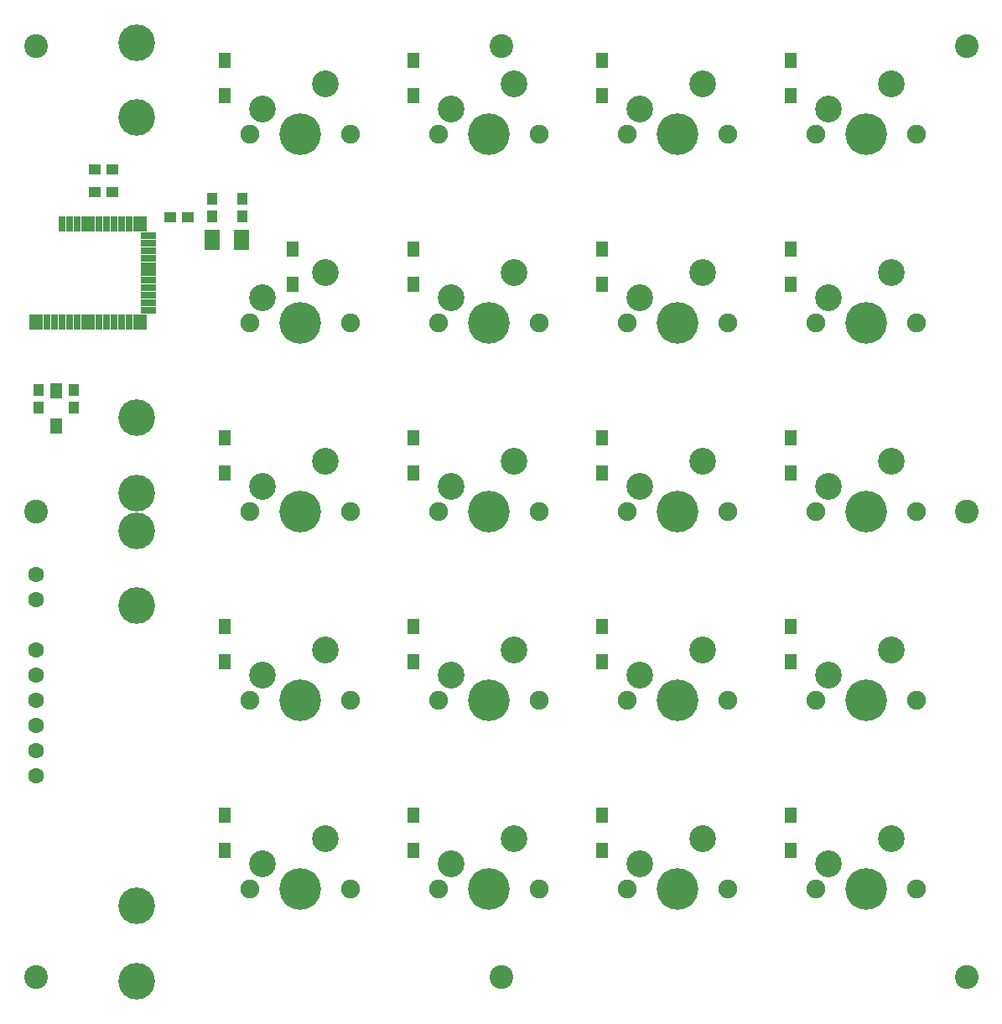
<source format=gbs>
G04 #@! TF.FileFunction,Soldermask,Bot*
%FSLAX46Y46*%
G04 Gerber Fmt 4.6, Leading zero omitted, Abs format (unit mm)*
G04 Created by KiCad (PCBNEW 4.0.7) date 01/05/18 23:40:39*
%MOMM*%
%LPD*%
G01*
G04 APERTURE LIST*
%ADD10C,0.100000*%
%ADD11C,3.700000*%
%ADD12C,1.910000*%
%ADD13C,2.700000*%
%ADD14C,4.200000*%
%ADD15C,2.400000*%
%ADD16R,1.000000X1.200000*%
%ADD17R,1.200000X1.000000*%
%ADD18C,1.600000*%
%ADD19R,1.500000X0.700000*%
%ADD20R,0.700000X1.500000*%
%ADD21R,1.650000X2.000000*%
%ADD22R,1.150000X1.500000*%
G04 APERTURE END LIST*
D10*
D11*
X82550000Y-54212000D03*
X82550000Y-61812000D03*
X82550000Y-99712000D03*
X82550000Y-92112000D03*
X82550000Y-103488000D03*
X82550000Y-111088000D03*
X82550000Y-148988000D03*
X82550000Y-141388000D03*
D12*
X104140000Y-82550000D03*
D13*
X101600000Y-77470000D03*
D14*
X99060000Y-82550000D03*
D13*
X95250000Y-80010000D03*
D12*
X93980000Y-82550000D03*
X104140000Y-63500000D03*
D13*
X101600000Y-58420000D03*
D14*
X99060000Y-63500000D03*
D13*
X95250000Y-60960000D03*
D12*
X93980000Y-63500000D03*
D15*
X119380000Y-148590000D03*
X119380000Y-54610000D03*
X72390000Y-101600000D03*
X166370000Y-101600000D03*
X166370000Y-54610000D03*
D16*
X90170000Y-71766000D03*
X90170000Y-69966000D03*
X93218000Y-71766000D03*
X93218000Y-69966000D03*
X72644000Y-89270000D03*
X72644000Y-91070000D03*
D17*
X85968000Y-71882000D03*
X87768000Y-71882000D03*
D18*
X72390000Y-110490000D03*
X72390000Y-107950000D03*
X72390000Y-115570000D03*
X72390000Y-125730000D03*
X72390000Y-128270000D03*
X72390000Y-120650000D03*
X72390000Y-118110000D03*
X72390000Y-123190000D03*
D17*
X78348000Y-67056000D03*
X80148000Y-67056000D03*
X78348000Y-69342000D03*
X80148000Y-69342000D03*
D16*
X76200000Y-91070000D03*
X76200000Y-89270000D03*
D19*
X83800000Y-81220000D03*
X83800000Y-80470000D03*
X83800000Y-79720000D03*
X83800000Y-78970000D03*
X83800000Y-78220000D03*
X83800000Y-77470000D03*
X83800000Y-76720000D03*
X83800000Y-75970000D03*
X83800000Y-75220000D03*
X83800000Y-74470000D03*
X83800000Y-73720000D03*
D20*
X83300000Y-72520000D03*
X82550000Y-72520000D03*
X81800000Y-72520000D03*
X81050000Y-72520000D03*
X80300000Y-72520000D03*
X79550000Y-72520000D03*
X78800000Y-72520000D03*
X78050000Y-72520000D03*
X77300000Y-72520000D03*
X76550000Y-72520000D03*
X75800000Y-72520000D03*
X75050000Y-72520000D03*
X83300000Y-82420000D03*
X82550000Y-82420000D03*
X81800000Y-82420000D03*
X81050000Y-82420000D03*
X80300000Y-82420000D03*
X79550000Y-82420000D03*
X78800000Y-82420000D03*
X78050000Y-82420000D03*
X77300000Y-82420000D03*
X76550000Y-82420000D03*
X75800000Y-82420000D03*
X75050000Y-82420000D03*
X74300000Y-82420000D03*
X73550000Y-82420000D03*
X72050000Y-82420000D03*
X72800000Y-82420000D03*
D21*
X90219000Y-74168000D03*
X93169000Y-74168000D03*
D15*
X166370000Y-148590000D03*
X72390000Y-54610000D03*
X72390000Y-148590000D03*
D22*
X74422000Y-92961000D03*
X74422000Y-89411000D03*
X148590000Y-132210000D03*
X148590000Y-135760000D03*
X148590000Y-113160000D03*
X148590000Y-116710000D03*
X148590000Y-94110000D03*
X148590000Y-97660000D03*
X148590000Y-75060000D03*
X148590000Y-78610000D03*
X148590000Y-56010000D03*
X148590000Y-59560000D03*
X129540000Y-132210000D03*
X129540000Y-135760000D03*
X129540000Y-113160000D03*
X129540000Y-116710000D03*
X129540000Y-94110000D03*
X129540000Y-97660000D03*
X129540000Y-75060000D03*
X129540000Y-78610000D03*
X129540000Y-56010000D03*
X129540000Y-59560000D03*
X110490000Y-132210000D03*
X110490000Y-135760000D03*
X110490000Y-113160000D03*
X110490000Y-116710000D03*
X110490000Y-94110000D03*
X110490000Y-97660000D03*
X110490000Y-75060000D03*
X110490000Y-78610000D03*
X110490000Y-56010000D03*
X110490000Y-59560000D03*
X91440000Y-132210000D03*
X91440000Y-135760000D03*
X91440000Y-113160000D03*
X91440000Y-116710000D03*
X91440000Y-94110000D03*
X91440000Y-97660000D03*
X98298000Y-75060000D03*
X98298000Y-78610000D03*
X91440000Y-56010000D03*
X91440000Y-59560000D03*
D12*
X161290000Y-139700000D03*
D13*
X158750000Y-134620000D03*
D14*
X156210000Y-139700000D03*
D13*
X152400000Y-137160000D03*
D12*
X151130000Y-139700000D03*
X161290000Y-120650000D03*
D13*
X158750000Y-115570000D03*
D14*
X156210000Y-120650000D03*
D13*
X152400000Y-118110000D03*
D12*
X151130000Y-120650000D03*
X161290000Y-101600000D03*
D13*
X158750000Y-96520000D03*
D14*
X156210000Y-101600000D03*
D13*
X152400000Y-99060000D03*
D12*
X151130000Y-101600000D03*
X161290000Y-82550000D03*
D13*
X158750000Y-77470000D03*
D14*
X156210000Y-82550000D03*
D13*
X152400000Y-80010000D03*
D12*
X151130000Y-82550000D03*
X161290000Y-63500000D03*
D13*
X158750000Y-58420000D03*
D14*
X156210000Y-63500000D03*
D13*
X152400000Y-60960000D03*
D12*
X151130000Y-63500000D03*
X142240000Y-139700000D03*
D13*
X139700000Y-134620000D03*
D14*
X137160000Y-139700000D03*
D13*
X133350000Y-137160000D03*
D12*
X132080000Y-139700000D03*
X142240000Y-120650000D03*
D13*
X139700000Y-115570000D03*
D14*
X137160000Y-120650000D03*
D13*
X133350000Y-118110000D03*
D12*
X132080000Y-120650000D03*
X142240000Y-101600000D03*
D13*
X139700000Y-96520000D03*
D14*
X137160000Y-101600000D03*
D13*
X133350000Y-99060000D03*
D12*
X132080000Y-101600000D03*
X142240000Y-82550000D03*
D13*
X139700000Y-77470000D03*
D14*
X137160000Y-82550000D03*
D13*
X133350000Y-80010000D03*
D12*
X132080000Y-82550000D03*
X142240000Y-63500000D03*
D13*
X139700000Y-58420000D03*
D14*
X137160000Y-63500000D03*
D13*
X133350000Y-60960000D03*
D12*
X132080000Y-63500000D03*
X123190000Y-139700000D03*
D13*
X120650000Y-134620000D03*
D14*
X118110000Y-139700000D03*
D13*
X114300000Y-137160000D03*
D12*
X113030000Y-139700000D03*
X123190000Y-120650000D03*
D13*
X120650000Y-115570000D03*
D14*
X118110000Y-120650000D03*
D13*
X114300000Y-118110000D03*
D12*
X113030000Y-120650000D03*
X123190000Y-101600000D03*
D13*
X120650000Y-96520000D03*
D14*
X118110000Y-101600000D03*
D13*
X114300000Y-99060000D03*
D12*
X113030000Y-101600000D03*
X123190000Y-82550000D03*
D13*
X120650000Y-77470000D03*
D14*
X118110000Y-82550000D03*
D13*
X114300000Y-80010000D03*
D12*
X113030000Y-82550000D03*
X104140000Y-139700000D03*
D13*
X101600000Y-134620000D03*
D14*
X99060000Y-139700000D03*
D13*
X95250000Y-137160000D03*
D12*
X93980000Y-139700000D03*
X104140000Y-120650000D03*
D13*
X101600000Y-115570000D03*
D14*
X99060000Y-120650000D03*
D13*
X95250000Y-118110000D03*
D12*
X93980000Y-120650000D03*
X104140000Y-101600000D03*
D13*
X101600000Y-96520000D03*
D14*
X99060000Y-101600000D03*
D13*
X95250000Y-99060000D03*
D12*
X93980000Y-101600000D03*
X123190000Y-63500000D03*
D13*
X120650000Y-58420000D03*
D14*
X118110000Y-63500000D03*
D13*
X114300000Y-60960000D03*
D12*
X113030000Y-63500000D03*
M02*

</source>
